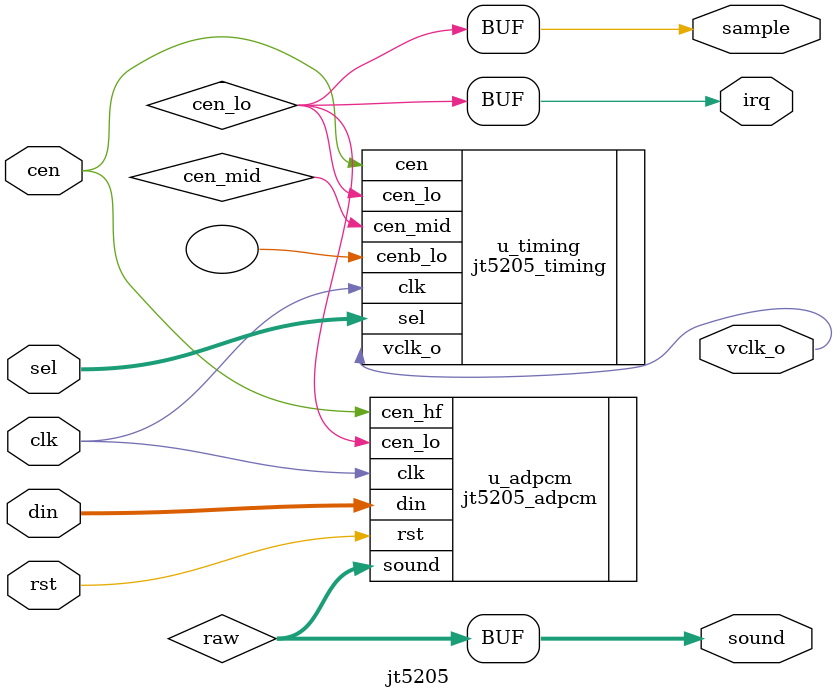
<source format=v>
/*  This file is part of JT5205.
    JT5205 program is free software: you can redistribute it and/or modify
    it under the terms of the GNU General Public License as published by
    the Free Software Foundation, either version 3 of the License, or
    (at your option) any later version.

    JT5205 program is distributed in the hope that it will be useful,
    but WITHOUT ANY WARRANTY; without even the implied warranty of
    MERCHANTABILITY or FITNESS FOR A PARTICULAR PURPOSE.  See the
    GNU General Public License for more details.

    You should have received a copy of the GNU General Public License
    along with JT5205.  If not, see <http://www.gnu.org/licenses/>.

    Author: Jose Tejada Gomez. Twitter: @topapate
    Version: 1.0
    Date: 30-10-2019 */

module jt5205(
    input                  rst,
    input                  clk,
    input                  cen /* direct_enable */,
    input         [ 1:0]   sel,        // s pin
    input         [ 3:0]   din,
    output signed [11:0]   sound,
    output                 sample,
    // This output pin is not part of MSM5205 I/O
    // It helps integrating the system as it produces
    // a strobe
    // at the internal clock divider pace
    output                 irq,
    output                 vclk_o
    `ifdef JT5205_DEBUG
    ,
    output signed [11:0]   debug_raw,
    output                 debug_cen_lo
    `endif
);

// Enabling the interpolator changes the sound of Chun Li's beat in
// SF2 too much. So I decided to disable it
parameter INTERPOL=0, // 1 for simple linear interpolation. 0 for raw output
          VCLK_CEN=1; // 1 for using vclk_o as an output clock enable
                      // 0 for keeping vclk_o duty cycle as 50%

wire               cen_lo, cen_mid;
wire signed [11:0] raw;

assign irq=cen_lo; // Notice that irq is active even if rst is high. This is
    // important for games such as Tora e no michi.

`ifdef JT5205_DEBUG
assign debug_raw    = raw;
assign debug_cen_lo = cen_lo;
`endif


jt5205_timing #(VCLK_CEN) u_timing(
    .clk    ( clk       ),
    .cen    ( cen       ),
    .sel    ( sel       ),
    .cen_lo ( cen_lo    ),
    .cen_mid( cen_mid   ),
    .cenb_lo(           ),
    .vclk_o (vclk_o     )
);

jt5205_adpcm u_adpcm(
    .rst    ( rst       ),
    .clk    ( clk       ),
    .cen_lo ( cen_lo    ),
    .cen_hf ( cen       ),
    .din    ( din       ),
    .sound  ( raw       )
);

generate
    if( INTERPOL == 1 ) begin
        jt5205_interpol2x u_interpol(
            .rst    ( rst       ),
            .clk    ( clk       ),
            .cen_mid( cen_mid   ),
            .din    ( raw       ),
            .dout   ( sound     )
        );
        assign sample=cen_mid; // 2x the original sampling freq. because of interpolator
    end else begin
        assign sound  = raw;
        assign sample = cen_lo;
    end
endgenerate


endmodule
</source>
